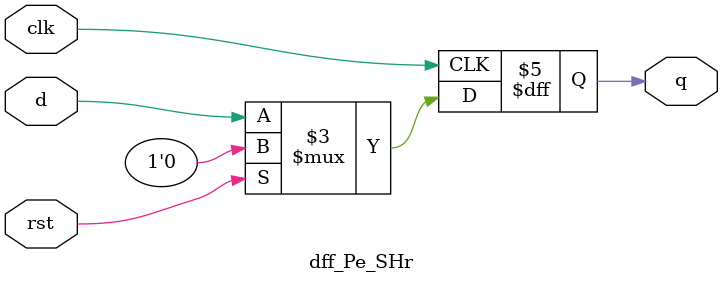
<source format=v>
/*****************************************
    D Flip-Flop Positive edge triggred
    Synchronous Reset - Active High
*****************************************/

module dff_Pe_SHr (q,d,clk,rst);
output reg q;
input d,clk,rst;

always @(posedge clk) begin
    if(rst)
        q<=1'b0;
    else    
        q<=d;
end


endmodule
</source>
